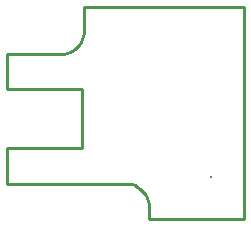
<source format=gbs>
%FSLAX24Y24*%
%MOIN*%
G70*
G01*
G75*
%ADD10C,0.0060*%
%ADD11C,0.0256*%
%ADD12R,0.1496X0.0472*%
%ADD13R,0.2480X0.0866*%
%ADD14R,0.1299X0.1122*%
%ADD15R,0.2362X0.0787*%
%ADD16R,0.0142X0.0394*%
%ADD17C,0.0142*%
%ADD18C,0.0100*%
%ADD19C,0.0260*%
%ADD20R,0.0236X0.0157*%
%ADD21R,0.1576X0.0552*%
%ADD22R,0.2560X0.0946*%
%ADD23R,0.1379X0.1202*%
%ADD24R,0.2442X0.0867*%
%ADD25R,0.0201X0.0453*%
%ADD26C,0.0080*%
D18*
X398425Y394095D02*
X398418Y394197D01*
X398398Y394298D01*
X398365Y394396D01*
X398320Y394488D01*
X398262Y394574D01*
X398195Y394651D01*
X398117Y394719D01*
X398032Y394776D01*
X397939Y394822D01*
X397842Y394855D01*
X397741Y394875D01*
X397638Y394882D01*
X395472Y399213D02*
X395575Y399219D01*
X395676Y399239D01*
X395774Y399273D01*
X395866Y399318D01*
X395952Y399375D01*
X396029Y399443D01*
X396097Y399521D01*
X396154Y399606D01*
X396200Y399699D01*
X396233Y399796D01*
X396253Y399897D01*
X396260Y400000D01*
X393701Y394882D02*
X397638D01*
X398425Y393701D02*
Y394095D01*
X393701Y399213D02*
X395472D01*
X393701Y398032D02*
X396181D01*
X393701Y396063D02*
X396181D01*
X393701Y398032D02*
Y399213D01*
Y394882D02*
Y396063D01*
X396181D02*
Y398032D01*
X398425Y393701D02*
X401575D01*
Y400787D01*
X396260D02*
X401575D01*
X396260Y400000D02*
Y400787D01*
D26*
X400492Y395118D02*
D03*
M02*

</source>
